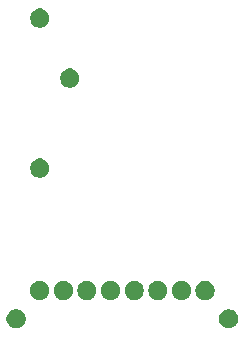
<source format=gbr>
G04 #@! TF.GenerationSoftware,KiCad,Pcbnew,5.1.5-52549c5~84~ubuntu18.04.1*
G04 #@! TF.CreationDate,2020-01-22T16:22:53-05:00*
G04 #@! TF.ProjectId,ATA,4154412e-6b69-4636-9164-5f7063625858,1.0*
G04 #@! TF.SameCoordinates,Original*
G04 #@! TF.FileFunction,Soldermask,Bot*
G04 #@! TF.FilePolarity,Negative*
%FSLAX46Y46*%
G04 Gerber Fmt 4.6, Leading zero omitted, Abs format (unit mm)*
G04 Created by KiCad (PCBNEW 5.1.5-52549c5~84~ubuntu18.04.1) date 2020-01-22 16:22:53*
%MOMM*%
%LPD*%
G04 APERTURE LIST*
%ADD10C,0.100000*%
G04 APERTURE END LIST*
D10*
G36*
X137287142Y-101003242D02*
G01*
X137435101Y-101064529D01*
X137568255Y-101153499D01*
X137681501Y-101266745D01*
X137770471Y-101399899D01*
X137831758Y-101547858D01*
X137863000Y-101704925D01*
X137863000Y-101865075D01*
X137831758Y-102022142D01*
X137770471Y-102170101D01*
X137681501Y-102303255D01*
X137568255Y-102416501D01*
X137435101Y-102505471D01*
X137287142Y-102566758D01*
X137130075Y-102598000D01*
X136969925Y-102598000D01*
X136812858Y-102566758D01*
X136664899Y-102505471D01*
X136531745Y-102416501D01*
X136418499Y-102303255D01*
X136329529Y-102170101D01*
X136268242Y-102022142D01*
X136237000Y-101865075D01*
X136237000Y-101704925D01*
X136268242Y-101547858D01*
X136329529Y-101399899D01*
X136418499Y-101266745D01*
X136531745Y-101153499D01*
X136664899Y-101064529D01*
X136812858Y-101003242D01*
X136969925Y-100972000D01*
X137130075Y-100972000D01*
X137287142Y-101003242D01*
G37*
G36*
X155287142Y-101003242D02*
G01*
X155435101Y-101064529D01*
X155568255Y-101153499D01*
X155681501Y-101266745D01*
X155770471Y-101399899D01*
X155831758Y-101547858D01*
X155863000Y-101704925D01*
X155863000Y-101865075D01*
X155831758Y-102022142D01*
X155770471Y-102170101D01*
X155681501Y-102303255D01*
X155568255Y-102416501D01*
X155435101Y-102505471D01*
X155287142Y-102566758D01*
X155130075Y-102598000D01*
X154969925Y-102598000D01*
X154812858Y-102566758D01*
X154664899Y-102505471D01*
X154531745Y-102416501D01*
X154418499Y-102303255D01*
X154329529Y-102170101D01*
X154268242Y-102022142D01*
X154237000Y-101865075D01*
X154237000Y-101704925D01*
X154268242Y-101547858D01*
X154329529Y-101399899D01*
X154418499Y-101266745D01*
X154531745Y-101153499D01*
X154664899Y-101064529D01*
X154812858Y-101003242D01*
X154969925Y-100972000D01*
X155130075Y-100972000D01*
X155287142Y-101003242D01*
G37*
G36*
X149287142Y-98603242D02*
G01*
X149435101Y-98664529D01*
X149568255Y-98753499D01*
X149681501Y-98866745D01*
X149770471Y-98999899D01*
X149831758Y-99147858D01*
X149863000Y-99304925D01*
X149863000Y-99465075D01*
X149831758Y-99622142D01*
X149770471Y-99770101D01*
X149681501Y-99903255D01*
X149568255Y-100016501D01*
X149435101Y-100105471D01*
X149287142Y-100166758D01*
X149130075Y-100198000D01*
X148969925Y-100198000D01*
X148812858Y-100166758D01*
X148664899Y-100105471D01*
X148531745Y-100016501D01*
X148418499Y-99903255D01*
X148329529Y-99770101D01*
X148268242Y-99622142D01*
X148237000Y-99465075D01*
X148237000Y-99304925D01*
X148268242Y-99147858D01*
X148329529Y-98999899D01*
X148418499Y-98866745D01*
X148531745Y-98753499D01*
X148664899Y-98664529D01*
X148812858Y-98603242D01*
X148969925Y-98572000D01*
X149130075Y-98572000D01*
X149287142Y-98603242D01*
G37*
G36*
X145287142Y-98603242D02*
G01*
X145435101Y-98664529D01*
X145568255Y-98753499D01*
X145681501Y-98866745D01*
X145770471Y-98999899D01*
X145831758Y-99147858D01*
X145863000Y-99304925D01*
X145863000Y-99465075D01*
X145831758Y-99622142D01*
X145770471Y-99770101D01*
X145681501Y-99903255D01*
X145568255Y-100016501D01*
X145435101Y-100105471D01*
X145287142Y-100166758D01*
X145130075Y-100198000D01*
X144969925Y-100198000D01*
X144812858Y-100166758D01*
X144664899Y-100105471D01*
X144531745Y-100016501D01*
X144418499Y-99903255D01*
X144329529Y-99770101D01*
X144268242Y-99622142D01*
X144237000Y-99465075D01*
X144237000Y-99304925D01*
X144268242Y-99147858D01*
X144329529Y-98999899D01*
X144418499Y-98866745D01*
X144531745Y-98753499D01*
X144664899Y-98664529D01*
X144812858Y-98603242D01*
X144969925Y-98572000D01*
X145130075Y-98572000D01*
X145287142Y-98603242D01*
G37*
G36*
X147287142Y-98603242D02*
G01*
X147435101Y-98664529D01*
X147568255Y-98753499D01*
X147681501Y-98866745D01*
X147770471Y-98999899D01*
X147831758Y-99147858D01*
X147863000Y-99304925D01*
X147863000Y-99465075D01*
X147831758Y-99622142D01*
X147770471Y-99770101D01*
X147681501Y-99903255D01*
X147568255Y-100016501D01*
X147435101Y-100105471D01*
X147287142Y-100166758D01*
X147130075Y-100198000D01*
X146969925Y-100198000D01*
X146812858Y-100166758D01*
X146664899Y-100105471D01*
X146531745Y-100016501D01*
X146418499Y-99903255D01*
X146329529Y-99770101D01*
X146268242Y-99622142D01*
X146237000Y-99465075D01*
X146237000Y-99304925D01*
X146268242Y-99147858D01*
X146329529Y-98999899D01*
X146418499Y-98866745D01*
X146531745Y-98753499D01*
X146664899Y-98664529D01*
X146812858Y-98603242D01*
X146969925Y-98572000D01*
X147130075Y-98572000D01*
X147287142Y-98603242D01*
G37*
G36*
X143287142Y-98603242D02*
G01*
X143435101Y-98664529D01*
X143568255Y-98753499D01*
X143681501Y-98866745D01*
X143770471Y-98999899D01*
X143831758Y-99147858D01*
X143863000Y-99304925D01*
X143863000Y-99465075D01*
X143831758Y-99622142D01*
X143770471Y-99770101D01*
X143681501Y-99903255D01*
X143568255Y-100016501D01*
X143435101Y-100105471D01*
X143287142Y-100166758D01*
X143130075Y-100198000D01*
X142969925Y-100198000D01*
X142812858Y-100166758D01*
X142664899Y-100105471D01*
X142531745Y-100016501D01*
X142418499Y-99903255D01*
X142329529Y-99770101D01*
X142268242Y-99622142D01*
X142237000Y-99465075D01*
X142237000Y-99304925D01*
X142268242Y-99147858D01*
X142329529Y-98999899D01*
X142418499Y-98866745D01*
X142531745Y-98753499D01*
X142664899Y-98664529D01*
X142812858Y-98603242D01*
X142969925Y-98572000D01*
X143130075Y-98572000D01*
X143287142Y-98603242D01*
G37*
G36*
X141287142Y-98603242D02*
G01*
X141435101Y-98664529D01*
X141568255Y-98753499D01*
X141681501Y-98866745D01*
X141770471Y-98999899D01*
X141831758Y-99147858D01*
X141863000Y-99304925D01*
X141863000Y-99465075D01*
X141831758Y-99622142D01*
X141770471Y-99770101D01*
X141681501Y-99903255D01*
X141568255Y-100016501D01*
X141435101Y-100105471D01*
X141287142Y-100166758D01*
X141130075Y-100198000D01*
X140969925Y-100198000D01*
X140812858Y-100166758D01*
X140664899Y-100105471D01*
X140531745Y-100016501D01*
X140418499Y-99903255D01*
X140329529Y-99770101D01*
X140268242Y-99622142D01*
X140237000Y-99465075D01*
X140237000Y-99304925D01*
X140268242Y-99147858D01*
X140329529Y-98999899D01*
X140418499Y-98866745D01*
X140531745Y-98753499D01*
X140664899Y-98664529D01*
X140812858Y-98603242D01*
X140969925Y-98572000D01*
X141130075Y-98572000D01*
X141287142Y-98603242D01*
G37*
G36*
X151287142Y-98603242D02*
G01*
X151435101Y-98664529D01*
X151568255Y-98753499D01*
X151681501Y-98866745D01*
X151770471Y-98999899D01*
X151831758Y-99147858D01*
X151863000Y-99304925D01*
X151863000Y-99465075D01*
X151831758Y-99622142D01*
X151770471Y-99770101D01*
X151681501Y-99903255D01*
X151568255Y-100016501D01*
X151435101Y-100105471D01*
X151287142Y-100166758D01*
X151130075Y-100198000D01*
X150969925Y-100198000D01*
X150812858Y-100166758D01*
X150664899Y-100105471D01*
X150531745Y-100016501D01*
X150418499Y-99903255D01*
X150329529Y-99770101D01*
X150268242Y-99622142D01*
X150237000Y-99465075D01*
X150237000Y-99304925D01*
X150268242Y-99147858D01*
X150329529Y-98999899D01*
X150418499Y-98866745D01*
X150531745Y-98753499D01*
X150664899Y-98664529D01*
X150812858Y-98603242D01*
X150969925Y-98572000D01*
X151130075Y-98572000D01*
X151287142Y-98603242D01*
G37*
G36*
X139287142Y-98603242D02*
G01*
X139435101Y-98664529D01*
X139568255Y-98753499D01*
X139681501Y-98866745D01*
X139770471Y-98999899D01*
X139831758Y-99147858D01*
X139863000Y-99304925D01*
X139863000Y-99465075D01*
X139831758Y-99622142D01*
X139770471Y-99770101D01*
X139681501Y-99903255D01*
X139568255Y-100016501D01*
X139435101Y-100105471D01*
X139287142Y-100166758D01*
X139130075Y-100198000D01*
X138969925Y-100198000D01*
X138812858Y-100166758D01*
X138664899Y-100105471D01*
X138531745Y-100016501D01*
X138418499Y-99903255D01*
X138329529Y-99770101D01*
X138268242Y-99622142D01*
X138237000Y-99465075D01*
X138237000Y-99304925D01*
X138268242Y-99147858D01*
X138329529Y-98999899D01*
X138418499Y-98866745D01*
X138531745Y-98753499D01*
X138664899Y-98664529D01*
X138812858Y-98603242D01*
X138969925Y-98572000D01*
X139130075Y-98572000D01*
X139287142Y-98603242D01*
G37*
G36*
X153287142Y-98603242D02*
G01*
X153435101Y-98664529D01*
X153568255Y-98753499D01*
X153681501Y-98866745D01*
X153770471Y-98999899D01*
X153831758Y-99147858D01*
X153863000Y-99304925D01*
X153863000Y-99465075D01*
X153831758Y-99622142D01*
X153770471Y-99770101D01*
X153681501Y-99903255D01*
X153568255Y-100016501D01*
X153435101Y-100105471D01*
X153287142Y-100166758D01*
X153130075Y-100198000D01*
X152969925Y-100198000D01*
X152812858Y-100166758D01*
X152664899Y-100105471D01*
X152531745Y-100016501D01*
X152418499Y-99903255D01*
X152329529Y-99770101D01*
X152268242Y-99622142D01*
X152237000Y-99465075D01*
X152237000Y-99304925D01*
X152268242Y-99147858D01*
X152329529Y-98999899D01*
X152418499Y-98866745D01*
X152531745Y-98753499D01*
X152664899Y-98664529D01*
X152812858Y-98603242D01*
X152969925Y-98572000D01*
X153130075Y-98572000D01*
X153287142Y-98603242D01*
G37*
G36*
X139302142Y-88245242D02*
G01*
X139450101Y-88306529D01*
X139583255Y-88395499D01*
X139696501Y-88508745D01*
X139785471Y-88641899D01*
X139846758Y-88789858D01*
X139878000Y-88946925D01*
X139878000Y-89107075D01*
X139846758Y-89264142D01*
X139785471Y-89412101D01*
X139696501Y-89545255D01*
X139583255Y-89658501D01*
X139450101Y-89747471D01*
X139302142Y-89808758D01*
X139145075Y-89840000D01*
X138984925Y-89840000D01*
X138827858Y-89808758D01*
X138679899Y-89747471D01*
X138546745Y-89658501D01*
X138433499Y-89545255D01*
X138344529Y-89412101D01*
X138283242Y-89264142D01*
X138252000Y-89107075D01*
X138252000Y-88946925D01*
X138283242Y-88789858D01*
X138344529Y-88641899D01*
X138433499Y-88508745D01*
X138546745Y-88395499D01*
X138679899Y-88306529D01*
X138827858Y-88245242D01*
X138984925Y-88214000D01*
X139145075Y-88214000D01*
X139302142Y-88245242D01*
G37*
G36*
X141842142Y-80625242D02*
G01*
X141990101Y-80686529D01*
X142123255Y-80775499D01*
X142236501Y-80888745D01*
X142325471Y-81021899D01*
X142386758Y-81169858D01*
X142418000Y-81326925D01*
X142418000Y-81487075D01*
X142386758Y-81644142D01*
X142325471Y-81792101D01*
X142236501Y-81925255D01*
X142123255Y-82038501D01*
X141990101Y-82127471D01*
X141842142Y-82188758D01*
X141685075Y-82220000D01*
X141524925Y-82220000D01*
X141367858Y-82188758D01*
X141219899Y-82127471D01*
X141086745Y-82038501D01*
X140973499Y-81925255D01*
X140884529Y-81792101D01*
X140823242Y-81644142D01*
X140792000Y-81487075D01*
X140792000Y-81326925D01*
X140823242Y-81169858D01*
X140884529Y-81021899D01*
X140973499Y-80888745D01*
X141086745Y-80775499D01*
X141219899Y-80686529D01*
X141367858Y-80625242D01*
X141524925Y-80594000D01*
X141685075Y-80594000D01*
X141842142Y-80625242D01*
G37*
G36*
X139302142Y-75545242D02*
G01*
X139450101Y-75606529D01*
X139583255Y-75695499D01*
X139696501Y-75808745D01*
X139785471Y-75941899D01*
X139846758Y-76089858D01*
X139878000Y-76246925D01*
X139878000Y-76407075D01*
X139846758Y-76564142D01*
X139785471Y-76712101D01*
X139696501Y-76845255D01*
X139583255Y-76958501D01*
X139450101Y-77047471D01*
X139302142Y-77108758D01*
X139145075Y-77140000D01*
X138984925Y-77140000D01*
X138827858Y-77108758D01*
X138679899Y-77047471D01*
X138546745Y-76958501D01*
X138433499Y-76845255D01*
X138344529Y-76712101D01*
X138283242Y-76564142D01*
X138252000Y-76407075D01*
X138252000Y-76246925D01*
X138283242Y-76089858D01*
X138344529Y-75941899D01*
X138433499Y-75808745D01*
X138546745Y-75695499D01*
X138679899Y-75606529D01*
X138827858Y-75545242D01*
X138984925Y-75514000D01*
X139145075Y-75514000D01*
X139302142Y-75545242D01*
G37*
M02*

</source>
